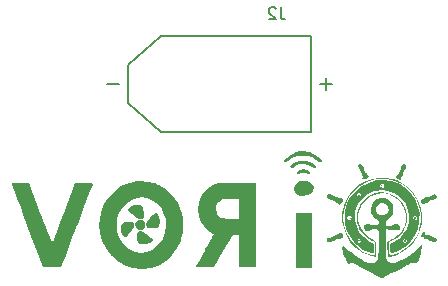
<source format=gbr>
%TF.GenerationSoftware,KiCad,Pcbnew,(6.0.9)*%
%TF.CreationDate,2023-02-05T00:50:23+02:00*%
%TF.ProjectId,power dis,706f7765-7220-4646-9973-2e6b69636164,rev?*%
%TF.SameCoordinates,Original*%
%TF.FileFunction,Legend,Bot*%
%TF.FilePolarity,Positive*%
%FSLAX46Y46*%
G04 Gerber Fmt 4.6, Leading zero omitted, Abs format (unit mm)*
G04 Created by KiCad (PCBNEW (6.0.9)) date 2023-02-05 00:50:23*
%MOMM*%
%LPD*%
G01*
G04 APERTURE LIST*
%ADD10C,0.150000*%
%ADD11C,0.127000*%
G04 APERTURE END LIST*
D10*
%TO.C,J2*%
X205558333Y-52235380D02*
X205558333Y-52949666D01*
X205605952Y-53092523D01*
X205701190Y-53187761D01*
X205844047Y-53235380D01*
X205939285Y-53235380D01*
X205129761Y-52330619D02*
X205082142Y-52283000D01*
X204986904Y-52235380D01*
X204748809Y-52235380D01*
X204653571Y-52283000D01*
X204605952Y-52330619D01*
X204558333Y-52425857D01*
X204558333Y-52521095D01*
X204605952Y-52663952D01*
X205177380Y-53235380D01*
X204558333Y-53235380D01*
%TO.C,.*%
G36*
X218749982Y-68111554D02*
G01*
X218775117Y-68264068D01*
X218752653Y-68335853D01*
X218646182Y-68434615D01*
X218427300Y-68517050D01*
X218334471Y-68547219D01*
X218135741Y-68636523D01*
X218017186Y-68725586D01*
X217953844Y-68783298D01*
X217854828Y-68793383D01*
X217822700Y-68780546D01*
X217777868Y-68822237D01*
X217769327Y-68862905D01*
X217694389Y-68898987D01*
X217583210Y-68856680D01*
X217486214Y-68748698D01*
X217462066Y-68695105D01*
X217440592Y-68537655D01*
X217490849Y-68431450D01*
X217598079Y-68419869D01*
X217652863Y-68431094D01*
X217705709Y-68391276D01*
X217734483Y-68349996D01*
X217853771Y-68321382D01*
X217892562Y-68317612D01*
X218069868Y-68263155D01*
X218274294Y-68164573D01*
X218432878Y-68088356D01*
X218629746Y-68051761D01*
X218749982Y-68111554D01*
G37*
G36*
X216935438Y-68455344D02*
G01*
X216951892Y-68485951D01*
X217202950Y-69101967D01*
X217319903Y-69732740D01*
X217314181Y-70046721D01*
X217308462Y-70360531D01*
X217174339Y-70967605D01*
X216923248Y-71536223D01*
X216591232Y-72005754D01*
X216560900Y-72048649D01*
X216093008Y-72487145D01*
X215525284Y-72833974D01*
X215457057Y-72866175D01*
X215212447Y-72973143D01*
X215024298Y-73042512D01*
X214928785Y-73060541D01*
X214896485Y-73014081D01*
X214857688Y-72857030D01*
X214833931Y-72632091D01*
X214812436Y-72227782D01*
X215136736Y-72084329D01*
X215214756Y-72042851D01*
X215949821Y-72042851D01*
X215982270Y-72095172D01*
X216094744Y-72146518D01*
X216209775Y-72114148D01*
X216262527Y-72005754D01*
X216250534Y-71922748D01*
X216187207Y-71819144D01*
X216168092Y-71809983D01*
X216053754Y-71827720D01*
X215962724Y-71922563D01*
X215949821Y-72042851D01*
X215214756Y-72042851D01*
X215282212Y-72006989D01*
X215541624Y-71828664D01*
X215775363Y-71626548D01*
X215949751Y-71433924D01*
X216254029Y-70957878D01*
X216427911Y-70446320D01*
X216456712Y-70094555D01*
X216743571Y-70094555D01*
X216743757Y-70095037D01*
X216840577Y-70180062D01*
X216984461Y-70189637D01*
X217096636Y-70118434D01*
X217102844Y-70046721D01*
X217032357Y-69926196D01*
X217028636Y-69922496D01*
X216918952Y-69853008D01*
X216811631Y-69902316D01*
X216759060Y-69968436D01*
X216743571Y-70094555D01*
X216456712Y-70094555D01*
X216471164Y-69918040D01*
X216383558Y-69391832D01*
X216164861Y-68886486D01*
X215814842Y-68420793D01*
X215657223Y-68267265D01*
X215397985Y-68085033D01*
X215921792Y-68085033D01*
X215970901Y-68201391D01*
X216030957Y-68246316D01*
X216033164Y-68186083D01*
X216033767Y-68137086D01*
X216111668Y-68049959D01*
X216173713Y-68045678D01*
X216168052Y-68131138D01*
X216154726Y-68195627D01*
X216192633Y-68249223D01*
X216233247Y-68222175D01*
X216262527Y-68104904D01*
X216240033Y-68013673D01*
X216122468Y-67960586D01*
X215990531Y-67991682D01*
X215921792Y-68085033D01*
X215397985Y-68085033D01*
X215191952Y-67940202D01*
X214681262Y-67746539D01*
X214137474Y-67689833D01*
X213572908Y-67773641D01*
X213459430Y-67807677D01*
X212968034Y-68031481D01*
X212924208Y-68064223D01*
X212541771Y-68349936D01*
X212216949Y-68737241D01*
X212114157Y-68909907D01*
X211963440Y-69249318D01*
X211884387Y-69611034D01*
X211865035Y-69981386D01*
X211861282Y-70053200D01*
X211870311Y-70258281D01*
X211987773Y-70788282D01*
X212238231Y-71268048D01*
X212618054Y-71691820D01*
X213056456Y-72005754D01*
X213123607Y-72053840D01*
X213321151Y-72175009D01*
X213435232Y-72280287D01*
X213486224Y-72410208D01*
X213506847Y-72612469D01*
X213504573Y-72861998D01*
X213442726Y-72999780D01*
X213301274Y-73029441D01*
X213060954Y-72966267D01*
X212572315Y-72740502D01*
X212050250Y-72360260D01*
X211791552Y-72075919D01*
X212077300Y-72075919D01*
X212104347Y-72116533D01*
X212221618Y-72145813D01*
X212312850Y-72123320D01*
X212365936Y-72005754D01*
X212335100Y-71874347D01*
X212241766Y-71804966D01*
X212125132Y-71853308D01*
X212123957Y-71854494D01*
X212086340Y-71909592D01*
X212167499Y-71889811D01*
X212256872Y-71878193D01*
X212293777Y-71965416D01*
X212276863Y-72035509D01*
X212185539Y-72047560D01*
X212130193Y-72036216D01*
X212077300Y-72075919D01*
X211791552Y-72075919D01*
X211607271Y-71873372D01*
X211260818Y-71296020D01*
X211212454Y-71192677D01*
X211128068Y-70993357D01*
X211074923Y-70813464D01*
X211045884Y-70612066D01*
X211033817Y-70348235D01*
X211031798Y-70016005D01*
X211211391Y-70016005D01*
X211235602Y-70101158D01*
X211345179Y-70203107D01*
X211481988Y-70217895D01*
X211486960Y-70215926D01*
X211557611Y-70121911D01*
X211566117Y-69981386D01*
X211506539Y-69876827D01*
X211398508Y-69860681D01*
X211270791Y-69916013D01*
X211211391Y-70016005D01*
X211031798Y-70016005D01*
X211031586Y-69981041D01*
X211032255Y-69763022D01*
X211039015Y-69460920D01*
X211059356Y-69239352D01*
X211100837Y-69057342D01*
X211171016Y-68873912D01*
X211277451Y-68648083D01*
X211517849Y-68234103D01*
X211611572Y-68122982D01*
X212022832Y-68122982D01*
X212066213Y-68178271D01*
X212200046Y-68234998D01*
X212280471Y-68230207D01*
X212377826Y-68162602D01*
X212402694Y-68064223D01*
X212328640Y-67986214D01*
X212316392Y-67981861D01*
X212166996Y-67973532D01*
X212050727Y-68028808D01*
X212022832Y-68122982D01*
X211611572Y-68122982D01*
X211938478Y-67735394D01*
X212439563Y-67339742D01*
X212483462Y-67317451D01*
X213953436Y-67317451D01*
X213982289Y-67369594D01*
X214094725Y-67453851D01*
X214103199Y-67458317D01*
X214224948Y-67486122D01*
X214309686Y-67391808D01*
X214337419Y-67304359D01*
X214302970Y-67177590D01*
X214197187Y-67119169D01*
X214061675Y-67166836D01*
X214002696Y-67225668D01*
X213953436Y-67317451D01*
X212483462Y-67317451D01*
X213003198Y-67053542D01*
X213611479Y-66883188D01*
X214246502Y-66835073D01*
X214890360Y-66915592D01*
X215525150Y-67131140D01*
X215675368Y-67209710D01*
X215811787Y-67304359D01*
X216033036Y-67457864D01*
X216391419Y-67775557D01*
X216691461Y-68104904D01*
X216706794Y-68121735D01*
X216935438Y-68455344D01*
G37*
G36*
X192964094Y-70371894D02*
G01*
X193086110Y-70405365D01*
X193138276Y-70480163D01*
X193158795Y-70621079D01*
X193139922Y-70845351D01*
X193008046Y-71054033D01*
X192998891Y-71064098D01*
X192832205Y-71264202D01*
X192673200Y-71478342D01*
X192590652Y-71597756D01*
X192513312Y-71687466D01*
X192445981Y-71702484D01*
X192345022Y-71668035D01*
X192279040Y-71629392D01*
X192144796Y-71454687D01*
X192051827Y-71194222D01*
X192017073Y-70888276D01*
X192017222Y-70867512D01*
X192058588Y-70609307D01*
X192184094Y-70445544D01*
X192409394Y-70364857D01*
X192750140Y-70355877D01*
X192964094Y-70371894D01*
G37*
G36*
X202047186Y-74238427D02*
G01*
X202047186Y-71496382D01*
X201776590Y-71497376D01*
X201505993Y-71498370D01*
X200720735Y-72868398D01*
X199935476Y-74238427D01*
X199151275Y-74238427D01*
X198884606Y-74236170D01*
X198616623Y-74228247D01*
X198434344Y-74215967D01*
X198367073Y-74200736D01*
X198370897Y-74190269D01*
X198426542Y-74082272D01*
X198540265Y-73874328D01*
X198701552Y-73585327D01*
X198899883Y-73234161D01*
X199124743Y-72839723D01*
X199198839Y-72709995D01*
X199416730Y-72324640D01*
X199604606Y-71986642D01*
X199751895Y-71715386D01*
X199848022Y-71530258D01*
X199882414Y-71450641D01*
X199874894Y-71431061D01*
X199782080Y-71345213D01*
X199617324Y-71242194D01*
X199349962Y-71045149D01*
X199072837Y-70737021D01*
X198839310Y-70373007D01*
X198683148Y-69998076D01*
X198649843Y-69868705D01*
X198594485Y-69340817D01*
X198595530Y-69331719D01*
X200051929Y-69331719D01*
X200145568Y-69670657D01*
X200172182Y-69720590D01*
X200311905Y-69911176D01*
X200459686Y-70033527D01*
X200492122Y-70046605D01*
X200689081Y-70086955D01*
X200984748Y-70114067D01*
X201343635Y-70124295D01*
X202047186Y-70125359D01*
X202047186Y-68465700D01*
X201283965Y-68465700D01*
X201110987Y-68465930D01*
X200824832Y-68470493D01*
X200635024Y-68486340D01*
X200508708Y-68520445D01*
X200413027Y-68579780D01*
X200315124Y-68671320D01*
X200282073Y-68705893D01*
X200098624Y-69003097D01*
X200051929Y-69331719D01*
X198595530Y-69331719D01*
X198654998Y-68813746D01*
X198820547Y-68313422D01*
X199080294Y-67865777D01*
X199423403Y-67496740D01*
X199839038Y-67232242D01*
X199861097Y-67222449D01*
X199973420Y-67180997D01*
X200107074Y-67149707D01*
X200282554Y-67127167D01*
X200520357Y-67111964D01*
X200840980Y-67102687D01*
X201264919Y-67097924D01*
X201812669Y-67096262D01*
X203490368Y-67094677D01*
X203490368Y-74238427D01*
X202047186Y-74238427D01*
G37*
G36*
X193960819Y-71228616D02*
G01*
X194187132Y-71376703D01*
X194258030Y-71438340D01*
X194452241Y-71604422D01*
X194603487Y-71730192D01*
X194666649Y-71784948D01*
X194746861Y-71905455D01*
X194701291Y-72016618D01*
X194524601Y-72146604D01*
X194460867Y-72180892D01*
X194204542Y-72262482D01*
X193924667Y-72290004D01*
X193673048Y-72261931D01*
X193501488Y-72176739D01*
X193447503Y-72071684D01*
X193403521Y-71861631D01*
X193385756Y-71614832D01*
X193397818Y-71389269D01*
X193443320Y-71242928D01*
X193538185Y-71173615D01*
X193731135Y-71158516D01*
X193960819Y-71228616D01*
G37*
G36*
X208180709Y-74310586D02*
G01*
X206881845Y-74310586D01*
X206881845Y-69620245D01*
X208180709Y-69620245D01*
X208180709Y-74310586D01*
G37*
G36*
X216153755Y-71875609D02*
G01*
X216190368Y-71965416D01*
X216178595Y-72024991D01*
X216112797Y-72059824D01*
X216091403Y-72050025D01*
X216035226Y-71965416D01*
X216038245Y-71945503D01*
X216112797Y-71871008D01*
X216153755Y-71875609D01*
G37*
G36*
X207534197Y-65945451D02*
G01*
X207770830Y-65992463D01*
X207961617Y-66078872D01*
X208074032Y-66186194D01*
X208075550Y-66295945D01*
X208031291Y-66334374D01*
X207902814Y-66330248D01*
X207745030Y-66279580D01*
X207501730Y-66245909D01*
X207276967Y-66253591D01*
X207129986Y-66304592D01*
X207039419Y-66356036D01*
X206938220Y-66314006D01*
X206907569Y-66272379D01*
X206913295Y-66156665D01*
X207024316Y-66049712D01*
X207213136Y-65971431D01*
X207452262Y-65941736D01*
X207534197Y-65945451D01*
G37*
G36*
X207579332Y-66921882D02*
G01*
X207714749Y-66937862D01*
X208044711Y-67037332D01*
X208257279Y-67209378D01*
X208346968Y-67447797D01*
X208308293Y-67746384D01*
X208213397Y-67906098D01*
X208052867Y-68051140D01*
X208028267Y-68065255D01*
X207781028Y-68145037D01*
X207453657Y-68175143D01*
X207388125Y-68175025D01*
X207159356Y-68158836D01*
X207007993Y-68104392D01*
X206879992Y-67994693D01*
X206785537Y-67869573D01*
X206702803Y-67603599D01*
X206753312Y-67334012D01*
X206935255Y-67090409D01*
X207036605Y-67005399D01*
X207169265Y-66932299D01*
X207331253Y-66909411D01*
X207579332Y-66921882D01*
G37*
G36*
X185229749Y-69655504D02*
G01*
X185265576Y-69750205D01*
X185480588Y-70315742D01*
X185679054Y-70833103D01*
X185855290Y-71287796D01*
X186003607Y-71665327D01*
X186118320Y-71951204D01*
X186193743Y-72130934D01*
X186224188Y-72190024D01*
X186224939Y-72188940D01*
X186260066Y-72106557D01*
X186340194Y-71905623D01*
X186459499Y-71601126D01*
X186612160Y-71208051D01*
X186792353Y-70741387D01*
X186994258Y-70216120D01*
X187212051Y-69647237D01*
X188173606Y-67130757D01*
X188946598Y-67110217D01*
X189205757Y-67106623D01*
X189463532Y-67111470D01*
X189632635Y-67125146D01*
X189685309Y-67146296D01*
X189683247Y-67150506D01*
X189642868Y-67250023D01*
X189557160Y-67469000D01*
X189431158Y-67794346D01*
X189269898Y-68212965D01*
X189078416Y-68711765D01*
X188861749Y-69277652D01*
X188624932Y-69897533D01*
X188373001Y-70558313D01*
X188333856Y-70661085D01*
X188082349Y-71321344D01*
X187845820Y-71942196D01*
X187629466Y-72510004D01*
X187438484Y-73011130D01*
X187278073Y-73431937D01*
X187153430Y-73758788D01*
X187069754Y-73978044D01*
X187032241Y-74076069D01*
X187023514Y-74097729D01*
X186983144Y-74163441D01*
X186911061Y-74204719D01*
X186779118Y-74227211D01*
X186559166Y-74236564D01*
X186223055Y-74238427D01*
X185476602Y-74238427D01*
X184128656Y-70707886D01*
X184023984Y-70433607D01*
X183771610Y-69771231D01*
X183537385Y-69155013D01*
X183326086Y-68597614D01*
X183142491Y-68111694D01*
X182991378Y-67709913D01*
X182877525Y-67404932D01*
X182805709Y-67209411D01*
X182780709Y-67136011D01*
X182816439Y-67123352D01*
X182969021Y-67108544D01*
X183213981Y-67098424D01*
X183521163Y-67094677D01*
X184261617Y-67094677D01*
X185229749Y-69655504D01*
G37*
G36*
X207727732Y-65243096D02*
G01*
X208012414Y-65315411D01*
X208268267Y-65421082D01*
X208466961Y-65545553D01*
X208580162Y-65674262D01*
X208579538Y-65792652D01*
X208505263Y-65859305D01*
X208396243Y-65835369D01*
X208220370Y-65713580D01*
X208118710Y-65648330D01*
X207882945Y-65568786D01*
X207543167Y-65525998D01*
X207302572Y-65514165D01*
X207107017Y-65527204D01*
X206951880Y-65580271D01*
X206781754Y-65684930D01*
X206739747Y-65712971D01*
X206540299Y-65815043D01*
X206429417Y-65805203D01*
X206423050Y-65798509D01*
X206391860Y-65680795D01*
X206475948Y-65552463D01*
X206650175Y-65427792D01*
X206889399Y-65321061D01*
X207168481Y-65246551D01*
X207462279Y-65218541D01*
X207727732Y-65243096D01*
G37*
G36*
X214170538Y-67237334D02*
G01*
X214231249Y-67314762D01*
X214235081Y-67349792D01*
X214173522Y-67372490D01*
X214134560Y-67352831D01*
X214093892Y-67280658D01*
X214150070Y-67233583D01*
X214170538Y-67237334D01*
G37*
G36*
X212238866Y-68034842D02*
G01*
X212293777Y-68104904D01*
X212291680Y-68122152D01*
X212221618Y-68177063D01*
X212204370Y-68174967D01*
X212149459Y-68104904D01*
X212151556Y-68087656D01*
X212221618Y-68032745D01*
X212238866Y-68034842D01*
G37*
G36*
X210708856Y-71327181D02*
G01*
X210809390Y-71439497D01*
X210850595Y-71621176D01*
X210850595Y-71621546D01*
X210825795Y-71750025D01*
X210742357Y-71758923D01*
X210686671Y-71748789D01*
X210634118Y-71795699D01*
X210607280Y-71834867D01*
X210495587Y-71837782D01*
X210451003Y-71834181D01*
X210279725Y-71874822D01*
X210080672Y-71971432D01*
X209985310Y-72027330D01*
X209752664Y-72126448D01*
X209599984Y-72117844D01*
X209515857Y-72002141D01*
X209492992Y-71893716D01*
X209527197Y-71790071D01*
X209657227Y-71713481D01*
X209906844Y-71642063D01*
X210031927Y-71605769D01*
X210215005Y-71524891D01*
X210305640Y-71444087D01*
X210335428Y-71391529D01*
X210394660Y-71377189D01*
X210432868Y-71389189D01*
X210537280Y-71342602D01*
X210583614Y-71315011D01*
X210708856Y-71327181D01*
G37*
G36*
X197278043Y-71340306D02*
G01*
X197150802Y-71876388D01*
X197116193Y-71973218D01*
X196806208Y-72617929D01*
X196391945Y-73184911D01*
X195888997Y-73659070D01*
X195312954Y-74025314D01*
X194679409Y-74268552D01*
X194452848Y-74315589D01*
X194111741Y-74359289D01*
X193780028Y-74377996D01*
X193773050Y-74378055D01*
X193087462Y-74315691D01*
X192447347Y-74117323D01*
X191850202Y-73781874D01*
X191293524Y-73308266D01*
X191169308Y-73177790D01*
X190741845Y-72619558D01*
X190444041Y-72015203D01*
X190269819Y-71349523D01*
X190217622Y-70666552D01*
X191692722Y-70666552D01*
X191695298Y-70878732D01*
X191716162Y-71190427D01*
X191764229Y-71431536D01*
X191846949Y-71649532D01*
X191867576Y-71692864D01*
X192142035Y-72123176D01*
X192502154Y-72497230D01*
X192906351Y-72771008D01*
X193251488Y-72907599D01*
X193748001Y-72983036D01*
X194238431Y-72926869D01*
X194702737Y-72744911D01*
X195120877Y-72442973D01*
X195472808Y-72026865D01*
X195597361Y-71817341D01*
X195806992Y-71277589D01*
X195884653Y-70711958D01*
X195828719Y-70144359D01*
X195637569Y-69598705D01*
X195486775Y-69332412D01*
X195142816Y-68909908D01*
X194731751Y-68591758D01*
X194272748Y-68391178D01*
X193784970Y-68321382D01*
X193438529Y-68359651D01*
X192977769Y-68522825D01*
X192548675Y-68797212D01*
X192178483Y-69164313D01*
X191894429Y-69605625D01*
X191867426Y-69661396D01*
X191776081Y-69877545D01*
X191723068Y-70082658D01*
X191698557Y-70328429D01*
X191692722Y-70666552D01*
X190217622Y-70666552D01*
X190213095Y-70607319D01*
X190234485Y-70208797D01*
X190377437Y-69515204D01*
X190645122Y-68870463D01*
X191026314Y-68290197D01*
X191509786Y-67790031D01*
X192084311Y-67385588D01*
X192738664Y-67092493D01*
X192801348Y-67071821D01*
X193046623Y-67003574D01*
X193284330Y-66966783D01*
X193564817Y-66956156D01*
X193938431Y-66966404D01*
X194181331Y-66978749D01*
X194474407Y-67005845D01*
X194707717Y-67052763D01*
X194932805Y-67131196D01*
X195201215Y-67252833D01*
X195289032Y-67296151D01*
X195912117Y-67689634D01*
X196432075Y-68183685D01*
X196846408Y-68775477D01*
X197152622Y-69462185D01*
X197189896Y-69580754D01*
X197297633Y-70135576D01*
X197325589Y-70711958D01*
X197327001Y-70741064D01*
X197278043Y-71340306D01*
G37*
G36*
X215062380Y-69701633D02*
G01*
X214965057Y-69841548D01*
X214783266Y-70020788D01*
X214677372Y-70124665D01*
X214511268Y-70336998D01*
X214458550Y-70512904D01*
X214459801Y-70567046D01*
X214487208Y-70657801D01*
X214580579Y-70695281D01*
X214779007Y-70702632D01*
X214867637Y-70699915D01*
X215050596Y-70674315D01*
X215144061Y-70630473D01*
X215170267Y-70602233D01*
X215307896Y-70560922D01*
X215477979Y-70582663D01*
X215609799Y-70662580D01*
X215656418Y-70756793D01*
X215672754Y-70933177D01*
X215672533Y-70934729D01*
X215638524Y-71040436D01*
X215549015Y-71082041D01*
X215360539Y-71079982D01*
X215348293Y-71079156D01*
X215063958Y-71060834D01*
X214783266Y-71043903D01*
X214494630Y-71027348D01*
X214474800Y-72245947D01*
X214474425Y-72269278D01*
X214470058Y-72769922D01*
X214478295Y-73146426D01*
X214504009Y-73417991D01*
X214552074Y-73603814D01*
X214627362Y-73723095D01*
X214734747Y-73795033D01*
X214879102Y-73838828D01*
X214911391Y-73844947D01*
X215221276Y-73835963D01*
X215592526Y-73731630D01*
X215998007Y-73546209D01*
X216410586Y-73293963D01*
X216803128Y-72989153D01*
X217148499Y-72646039D01*
X217489232Y-72256531D01*
X217489232Y-72584950D01*
X217486825Y-72671971D01*
X217444374Y-73002181D01*
X217360073Y-73334411D01*
X217248463Y-73619884D01*
X217124084Y-73809825D01*
X217089854Y-73842565D01*
X216971885Y-73908553D01*
X216850007Y-73867260D01*
X216818787Y-73850079D01*
X216717465Y-73834676D01*
X216581740Y-73887274D01*
X216373423Y-74020121D01*
X216302943Y-74066002D01*
X216040815Y-74215699D01*
X215718317Y-74379740D01*
X215389543Y-74530087D01*
X215252819Y-74590340D01*
X214947470Y-74736941D01*
X214685978Y-74877857D01*
X214513520Y-74989401D01*
X214260567Y-75139046D01*
X214041802Y-75162950D01*
X213872073Y-75056082D01*
X213868897Y-75052472D01*
X213759533Y-74973113D01*
X213549522Y-74851561D01*
X213267776Y-74703712D01*
X212943209Y-74545458D01*
X212604576Y-74380699D01*
X212287017Y-74216101D01*
X212029974Y-74072565D01*
X211868997Y-73969163D01*
X211717088Y-73864803D01*
X211596512Y-73828252D01*
X211487227Y-73868879D01*
X211388704Y-73910991D01*
X211273199Y-73907314D01*
X211264319Y-73901023D01*
X211172205Y-73780035D01*
X211062260Y-73567946D01*
X210952766Y-73307716D01*
X210862001Y-73042303D01*
X210808246Y-72814666D01*
X210788019Y-72661422D01*
X210783211Y-72476540D01*
X210827498Y-72399826D01*
X210932372Y-72431384D01*
X211109326Y-72571317D01*
X211369853Y-72819730D01*
X211502581Y-72946472D01*
X211921618Y-73292181D01*
X212336060Y-73558888D01*
X212730472Y-73741980D01*
X213089423Y-73836844D01*
X213397478Y-73838865D01*
X213639206Y-73743431D01*
X213799172Y-73545929D01*
X213820868Y-73453715D01*
X213844418Y-73232335D01*
X213862859Y-72924985D01*
X213875677Y-72564341D01*
X213882360Y-72183080D01*
X213882394Y-71813879D01*
X213875267Y-71489416D01*
X213860466Y-71242366D01*
X213837478Y-71105408D01*
X213752755Y-71027965D01*
X213571846Y-70993344D01*
X213345312Y-71015639D01*
X213119610Y-71095492D01*
X213029118Y-71132172D01*
X212827863Y-71139036D01*
X212679298Y-71049819D01*
X212613676Y-70891275D01*
X212661249Y-70690156D01*
X212694514Y-70637126D01*
X212793918Y-70576363D01*
X212967667Y-70593462D01*
X213016316Y-70603000D01*
X213259458Y-70635751D01*
X213520482Y-70654830D01*
X213613172Y-70657400D01*
X213770019Y-70646520D01*
X213840829Y-70593345D01*
X213867225Y-70476464D01*
X213868925Y-70391344D01*
X213810006Y-70262154D01*
X213644222Y-70134939D01*
X213381344Y-69899434D01*
X213226044Y-69598112D01*
X213202440Y-69392910D01*
X213612043Y-69392910D01*
X213742196Y-69646593D01*
X213818816Y-69726925D01*
X214030336Y-69835011D01*
X214255898Y-69837773D01*
X214464095Y-69752384D01*
X214623518Y-69596017D01*
X214702757Y-69385849D01*
X214670404Y-69139052D01*
X214643947Y-69077845D01*
X214474177Y-68863401D01*
X214249390Y-68762336D01*
X214003335Y-68782427D01*
X213769759Y-68931454D01*
X213625141Y-69148872D01*
X213612043Y-69392910D01*
X213202440Y-69392910D01*
X213187889Y-69266414D01*
X213270421Y-68936088D01*
X213477186Y-68638882D01*
X213731651Y-68447258D01*
X214048791Y-68341970D01*
X214363920Y-68353867D01*
X214652221Y-68472049D01*
X214888877Y-68685612D01*
X215049069Y-68983656D01*
X215107982Y-69355277D01*
X215106922Y-69385849D01*
X215101312Y-69547593D01*
X215062380Y-69701633D01*
G37*
G36*
X193678336Y-68991668D02*
G01*
X193851975Y-69084206D01*
X193874660Y-69116652D01*
X193926062Y-69278846D01*
X193959437Y-69507924D01*
X193971371Y-69751964D01*
X193958450Y-69959047D01*
X193917262Y-70077253D01*
X193822351Y-70128845D01*
X193620942Y-70121601D01*
X193376017Y-70021132D01*
X193118412Y-69836723D01*
X192965046Y-69707532D01*
X192811798Y-69592428D01*
X192728504Y-69548086D01*
X192688670Y-69507588D01*
X192666505Y-69375910D01*
X192669289Y-69344171D01*
X192758177Y-69197385D01*
X192943036Y-69079020D01*
X193184356Y-68998797D01*
X193442626Y-68966439D01*
X193678336Y-68991668D01*
G37*
G36*
X217013668Y-69972532D02*
G01*
X217017116Y-70058186D01*
X217006124Y-70073190D01*
X216907701Y-70125359D01*
X216887477Y-70122851D01*
X216841270Y-70058313D01*
X216885944Y-69958949D01*
X216937382Y-69935247D01*
X217013668Y-69972532D01*
G37*
G36*
X209779221Y-68059915D02*
G01*
X210047021Y-68172061D01*
X210072323Y-68185075D01*
X210328166Y-68289051D01*
X210579999Y-68355728D01*
X210702208Y-68386963D01*
X210837240Y-68489877D01*
X210838551Y-68640683D01*
X210703502Y-68829271D01*
X210556408Y-68976364D01*
X210347077Y-68767033D01*
X210160760Y-68625544D01*
X209849576Y-68511622D01*
X209837224Y-68509591D01*
X209616339Y-68440150D01*
X209515832Y-68321948D01*
X209510505Y-68304354D01*
X209501187Y-68128821D01*
X209594017Y-68046421D01*
X209779221Y-68059915D01*
G37*
G36*
X211428492Y-69979379D02*
G01*
X211489203Y-70056808D01*
X211493036Y-70091838D01*
X211431476Y-70114535D01*
X211392514Y-70094877D01*
X211351846Y-70022704D01*
X211408024Y-69975629D01*
X211428492Y-69979379D01*
G37*
G36*
X207657136Y-64402864D02*
G01*
X207881390Y-64429241D01*
X208024290Y-64464112D01*
X208188798Y-64519207D01*
X208252868Y-64563506D01*
X208304767Y-64624779D01*
X208440186Y-64703451D01*
X208483007Y-64723716D01*
X208716418Y-64859734D01*
X208912593Y-65012466D01*
X209040894Y-65154871D01*
X209070683Y-65259909D01*
X209032301Y-65331705D01*
X208965848Y-65351447D01*
X208847125Y-65295672D01*
X208645919Y-65157065D01*
X208597623Y-65122863D01*
X208244972Y-64923536D01*
X207874976Y-64817453D01*
X207430311Y-64787171D01*
X207389105Y-64787764D01*
X206934772Y-64850318D01*
X206516891Y-65003634D01*
X206183636Y-65230579D01*
X206037437Y-65321203D01*
X205919586Y-65314564D01*
X205871618Y-65210821D01*
X205872720Y-65200533D01*
X205942452Y-65091345D01*
X206091797Y-64949991D01*
X206280156Y-64810762D01*
X206466931Y-64707953D01*
X206606402Y-64633093D01*
X206665368Y-64569743D01*
X206720547Y-64514834D01*
X206884859Y-64462974D01*
X207120985Y-64424108D01*
X207391039Y-64402612D01*
X207657136Y-64402864D01*
G37*
G36*
X216117831Y-65480670D02*
G01*
X216183711Y-65607735D01*
X216156454Y-65799497D01*
X216038575Y-66022789D01*
X216028522Y-66037308D01*
X215938984Y-66222594D01*
X215923581Y-66376684D01*
X215929487Y-66467285D01*
X215851177Y-66517404D01*
X215798966Y-66530741D01*
X215780801Y-66618588D01*
X215793338Y-66666707D01*
X215776495Y-66762906D01*
X215771942Y-66767284D01*
X215652602Y-66801969D01*
X215464033Y-66731343D01*
X215420189Y-66702844D01*
X215337515Y-66593421D01*
X215338951Y-66490711D01*
X215430433Y-66445245D01*
X215478544Y-66432749D01*
X215498445Y-66346318D01*
X215492685Y-66295087D01*
X215562658Y-66208183D01*
X215583684Y-66194857D01*
X215657888Y-66074276D01*
X215710477Y-65883527D01*
X215718263Y-65839977D01*
X215801921Y-65600588D01*
X215928336Y-65467987D01*
X216081211Y-65460760D01*
X216117831Y-65480670D01*
G37*
G36*
X217767661Y-71251684D02*
G01*
X217805982Y-71370849D01*
X217754190Y-71502148D01*
X217737070Y-71521703D01*
X217710469Y-71562027D01*
X217787224Y-71509313D01*
X217824431Y-71484587D01*
X217943300Y-71462393D01*
X218111939Y-71527971D01*
X218303635Y-71610569D01*
X218520589Y-71676068D01*
X218653130Y-71723133D01*
X218771217Y-71854671D01*
X218762001Y-72037575D01*
X218668084Y-72132296D01*
X218497404Y-72117302D01*
X218262462Y-71986884D01*
X218236280Y-71969081D01*
X218041235Y-71873409D01*
X217872488Y-71841757D01*
X217765964Y-71831258D01*
X217705709Y-71750395D01*
X217692652Y-71701673D01*
X217604769Y-71683963D01*
X217555110Y-71693667D01*
X217459535Y-71651026D01*
X217448581Y-71560393D01*
X217495704Y-71407146D01*
X217580972Y-71268263D01*
X217673492Y-71207745D01*
X217767661Y-71251684D01*
G37*
G36*
X195078967Y-69650257D02*
G01*
X195192648Y-69787813D01*
X195279058Y-70002775D01*
X195331103Y-70255453D01*
X195341689Y-70506154D01*
X195303723Y-70715186D01*
X195210113Y-70842857D01*
X195115723Y-70873044D01*
X194905977Y-70897965D01*
X194650880Y-70900562D01*
X194584269Y-70897821D01*
X194372448Y-70883408D01*
X194260856Y-70850250D01*
X194213733Y-70778565D01*
X194195318Y-70648573D01*
X194193168Y-70554782D01*
X194229522Y-70411821D01*
X194331986Y-70245527D01*
X194520034Y-70018091D01*
X194535914Y-70000129D01*
X194722323Y-69808835D01*
X194885524Y-69673050D01*
X194991782Y-69621156D01*
X195078967Y-69650257D01*
G37*
G36*
X193900145Y-70247519D02*
G01*
X194055395Y-70406618D01*
X194109686Y-70662871D01*
X194094174Y-70819181D01*
X193994493Y-70989135D01*
X193784970Y-71079046D01*
X193693673Y-71090474D01*
X193568493Y-71075835D01*
X193415703Y-70974672D01*
X193281141Y-70786938D01*
X193244216Y-70580839D01*
X193300675Y-70390893D01*
X193446265Y-70251614D01*
X193676732Y-70197518D01*
X193900145Y-70247519D01*
G37*
G36*
X217440462Y-70833369D02*
G01*
X217208912Y-71475422D01*
X216858060Y-72052521D01*
X216400653Y-72549530D01*
X215849439Y-72951309D01*
X215217163Y-73242721D01*
X215093427Y-73285482D01*
X214912062Y-73344269D01*
X214810251Y-73361812D01*
X214749036Y-73341302D01*
X214689459Y-73285927D01*
X214646125Y-73180995D01*
X214614318Y-72953899D01*
X214602868Y-72637534D01*
X214602868Y-72075732D01*
X215027487Y-71861385D01*
X215061612Y-71843815D01*
X215509838Y-71535842D01*
X215850349Y-71151020D01*
X216078256Y-70709699D01*
X216188673Y-70232228D01*
X216176711Y-69738956D01*
X216037482Y-69250231D01*
X215766099Y-68786403D01*
X215573429Y-68566290D01*
X215164152Y-68249961D01*
X214704810Y-68052774D01*
X214217909Y-67976922D01*
X213725954Y-68024595D01*
X213251452Y-68197984D01*
X212816911Y-68499282D01*
X212487096Y-68868406D01*
X212247144Y-69316331D01*
X212130815Y-69791106D01*
X212135264Y-70273017D01*
X212257650Y-70742348D01*
X212495130Y-71179386D01*
X212844863Y-71564415D01*
X213304005Y-71877721D01*
X213628720Y-72049211D01*
X213628720Y-73336438D01*
X213412243Y-73314629D01*
X213189041Y-73261786D01*
X212881021Y-73142851D01*
X212543820Y-72980485D01*
X212222264Y-72796385D01*
X211961177Y-72612249D01*
X211897738Y-72558603D01*
X211474118Y-72098242D01*
X211144697Y-71551501D01*
X210917109Y-70944710D01*
X210798989Y-70304198D01*
X210798575Y-70040643D01*
X210859477Y-70040643D01*
X210925097Y-70657150D01*
X211112299Y-71260714D01*
X211423837Y-71834655D01*
X211862467Y-72362291D01*
X212177761Y-72634352D01*
X212576977Y-72899793D01*
X212981756Y-73099284D01*
X213347148Y-73207245D01*
X213592641Y-73247083D01*
X213592641Y-72084846D01*
X213346166Y-72003503D01*
X213307675Y-71989612D01*
X213020606Y-71828591D01*
X212720002Y-71579002D01*
X212445830Y-71278338D01*
X212238061Y-70964089D01*
X212179141Y-70845337D01*
X212095794Y-70620937D01*
X212055563Y-70377630D01*
X212045280Y-70053200D01*
X212060436Y-69743245D01*
X212169269Y-69245998D01*
X212391864Y-68817259D01*
X212738679Y-68432582D01*
X213058047Y-68195194D01*
X213532745Y-67982428D01*
X214034638Y-67892542D01*
X214540082Y-67923358D01*
X215025434Y-68072701D01*
X215467050Y-68338392D01*
X215841289Y-68718255D01*
X215959363Y-68889430D01*
X216179450Y-69364778D01*
X216277084Y-69864529D01*
X216257422Y-70366014D01*
X216125625Y-70846565D01*
X215886851Y-71283516D01*
X215546258Y-71654198D01*
X215109005Y-71935945D01*
X214747186Y-72107725D01*
X214747186Y-72667962D01*
X214747863Y-72848710D01*
X214755756Y-73059356D01*
X214779582Y-73172881D01*
X214827969Y-73219016D01*
X214909544Y-73227495D01*
X215030144Y-73208752D01*
X215281168Y-73122290D01*
X215583814Y-72982347D01*
X215899124Y-72807538D01*
X216188139Y-72616484D01*
X216243520Y-72573762D01*
X216536344Y-72291522D01*
X216825468Y-71934408D01*
X217072299Y-71554357D01*
X217238240Y-71203309D01*
X217301548Y-71006658D01*
X217428560Y-70339951D01*
X217425263Y-69691044D01*
X217301694Y-69073366D01*
X217067887Y-68500346D01*
X216733878Y-67985415D01*
X216309703Y-67542003D01*
X215805398Y-67183539D01*
X215230998Y-66923454D01*
X214596537Y-66775176D01*
X213912054Y-66752135D01*
X213609280Y-66777477D01*
X213324131Y-66827717D01*
X213056609Y-66917004D01*
X212737851Y-67063606D01*
X212258633Y-67347801D01*
X211757686Y-67778808D01*
X211364542Y-68280276D01*
X211081955Y-68835525D01*
X210912681Y-69427875D01*
X210859477Y-70040643D01*
X210798575Y-70040643D01*
X210797971Y-69656294D01*
X210921690Y-69027329D01*
X210953490Y-68929082D01*
X211239972Y-68295608D01*
X211639805Y-67751390D01*
X212152582Y-67296891D01*
X212777893Y-66932571D01*
X213300061Y-66754823D01*
X213890312Y-66666065D01*
X214499971Y-66669863D01*
X215080673Y-66769638D01*
X215374213Y-66864764D01*
X215959188Y-67158228D01*
X216469534Y-67557922D01*
X216893828Y-68046111D01*
X217220648Y-68605062D01*
X217438573Y-69217042D01*
X217536182Y-69864317D01*
X217511765Y-70339951D01*
X217502052Y-70529154D01*
X217440462Y-70833369D01*
G37*
G36*
X212387660Y-65471667D02*
G01*
X212492770Y-65587430D01*
X212590395Y-65821418D01*
X212636021Y-65945486D01*
X212723805Y-66130917D01*
X212798077Y-66228265D01*
X212834594Y-66263374D01*
X212839957Y-66365019D01*
X212829743Y-66407633D01*
X212902871Y-66445245D01*
X212905140Y-66445253D01*
X213003999Y-66481263D01*
X212985806Y-66571750D01*
X212854994Y-66693710D01*
X212811145Y-66722149D01*
X212644496Y-66790882D01*
X212519178Y-66790784D01*
X212466987Y-66729392D01*
X212519716Y-66614242D01*
X212559214Y-66540565D01*
X212485275Y-66517404D01*
X212426453Y-66502798D01*
X212410150Y-66413990D01*
X212412035Y-66356892D01*
X212362642Y-66192979D01*
X212262222Y-65990441D01*
X212165445Y-65795930D01*
X212120332Y-65593607D01*
X212172668Y-65473589D01*
X212321001Y-65449243D01*
X212387660Y-65471667D01*
G37*
D11*
%TO.C,J2*%
X209900000Y-58718000D02*
X208900000Y-58718000D01*
X191900000Y-58718000D02*
X190900000Y-58718000D01*
X192650000Y-60318000D02*
X195450000Y-62768000D01*
X195450000Y-54668000D02*
X192650000Y-57118000D01*
X208150000Y-54668000D02*
X195450000Y-54668000D01*
X192650000Y-57118000D02*
X192650000Y-60318000D01*
X209400000Y-58218000D02*
X209400000Y-59218000D01*
X195450000Y-62768000D02*
X208150000Y-62768000D01*
X208150000Y-62768000D02*
X208150000Y-54668000D01*
%TD*%
M02*

</source>
